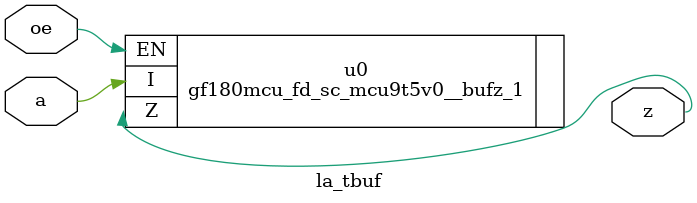
<source format=v>

module la_tbuf #(
    parameter PROP = "DEFAULT"
) (
    input  a,
    input  oe,
    output z
);

    // assign z = oe ? a : 1'bz;

gf180mcu_fd_sc_mcu9t5v0__bufz_1 u0(.I(a), .EN(oe), .Z(z));

endmodule

</source>
